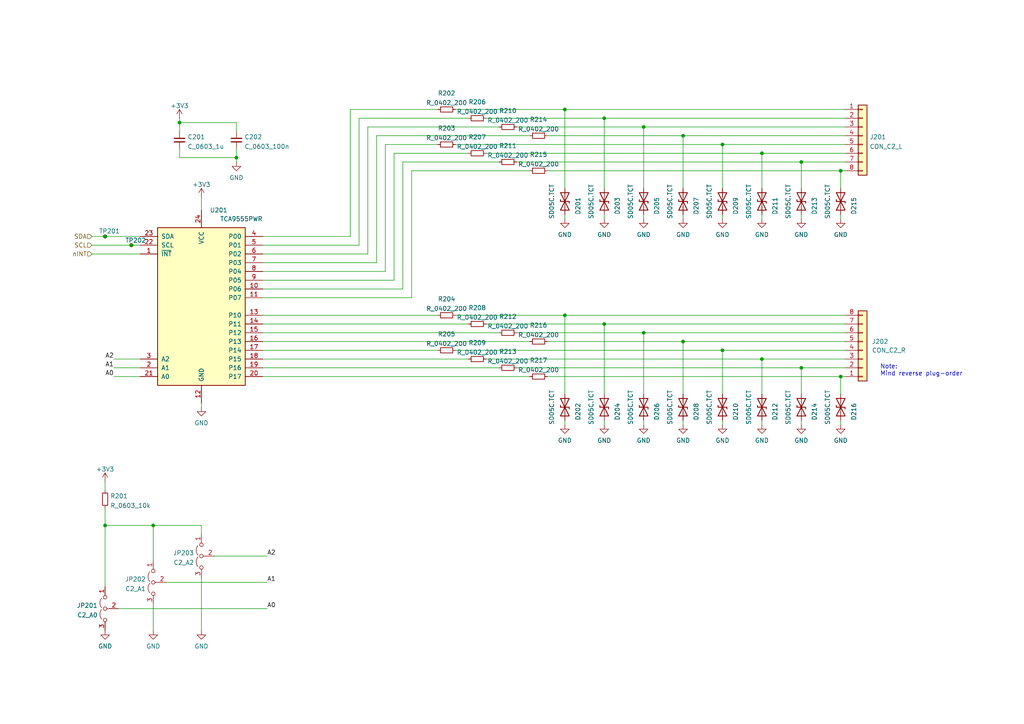
<source format=kicad_sch>
(kicad_sch (version 20231120) (generator "eeschema") (generator_version "8.0")
  (paper "A4")
  (title_block (title "ClickBoard Tester") (date "2023-10-13") (rev "001") (company "Matthias Timo Finding"))
  (lib_symbols
    (symbol "Connector:TestPoint_Small" (pin_numbers hide) (pin_names (offset 0.762) hide)
      (property "Reference" "TP" (at 0 3.81 0))
      (property "Value" "TestPoint_Small" (at 0 2.032 0))
      (symbol "TestPoint_Small_0_1"
        (circle (center 0 0) (radius 0.508))
      )
      (symbol "TestPoint_Small_1_1"
        (pin passive line (at 0 0 90) (length 0) (name "1") (number "1"))
      )
    )
    (symbol "Connector_Generic:Conn_01x08" (pin_names (offset 1.016) hide)
      (property "Reference" "J" (at 0 10.16 0))
      (property "Value" "Conn_01x08" (at 0 -12.7 0))
      (symbol "Conn_01x08_1_1"
        (rectangle (start -1.27 -10.033) (end 0 -10.287) (stroke (width 0.1524)))
        (rectangle (start -1.27 -7.493) (end 0 -7.747) (stroke (width 0.1524)))
        (rectangle (start -1.27 -4.953) (end 0 -5.207) (stroke (width 0.1524)))
        (rectangle (start -1.27 -2.413) (end 0 -2.667) (stroke (width 0.1524)))
        (rectangle (start -1.27 0.127) (end 0 -0.127) (stroke (width 0.1524)))
        (rectangle (start -1.27 2.667) (end 0 2.413) (stroke (width 0.1524)))
        (rectangle (start -1.27 5.207) (end 0 4.953) (stroke (width 0.1524)))
        (rectangle (start -1.27 7.747) (end 0 7.493) (stroke (width 0.1524)))
        (rectangle (start -1.27 8.89) (end 1.27 -11.43) (stroke (width 0.254)) (fill (type background)))
        (pin passive line (at -5.08 7.62 0) (length 3.81) (name "Pin_1") (number "1"))
        (pin passive line (at -5.08 5.08 0) (length 3.81) (name "Pin_2") (number "2"))
        (pin passive line (at -5.08 2.54 0) (length 3.81) (name "Pin_3") (number "3"))
        (pin passive line (at -5.08 0 0) (length 3.81) (name "Pin_4") (number "4"))
        (pin passive line (at -5.08 -2.54 0) (length 3.81) (name "Pin_5") (number "5"))
        (pin passive line (at -5.08 -5.08 0) (length 3.81) (name "Pin_6") (number "6"))
        (pin passive line (at -5.08 -7.62 0) (length 3.81) (name "Pin_7") (number "7"))
        (pin passive line (at -5.08 -10.16 0) (length 3.81) (name "Pin_8") (number "8"))
      )
    )
    (symbol "Device:D_TVS" (pin_numbers hide) (pin_names (offset 1.016) hide)
      (property "Reference" "D" (at 0 2.54 0))
      (property "Value" "D_TVS" (at 0 -2.54 0))
      (symbol "D_TVS_0_1"
        (polyline (pts (xy 1.27 0) (xy -1.27 0)))
        (polyline (pts (xy 0.508 1.27) (xy 0 1.27) (xy 0 -1.27) (xy -0.508 -1.27)) (stroke (width 0.254)))
        (polyline (pts (xy -2.54 1.27) (xy -2.54 -1.27) (xy 2.54 1.27) (xy 2.54 -1.27) (xy -2.54 1.27)) (stroke (width 0.254)))
      )
      (symbol "D_TVS_1_1"
        (pin passive line (at -3.81 0 0) (length 2.54) (name "A1") (number "1"))
        (pin passive line (at 3.81 0 180) (length 2.54) (name "A2") (number "2"))
      )
    )
    (symbol "Interface_Expansion:TCA9555PWR" (pin_names (offset 1.016))
      (property "Reference" "U" (at -11.43 24.13 0))
      (property "Value" "TCA9555PWR" (at 0 0 0))
      (symbol "TCA9555PWR_0_1"
        (rectangle (start -12.7 22.86) (end 12.7 -22.86) (stroke (width 0.254)) (fill (type background)))
      )
      (symbol "TCA9555PWR_1_1"
        (pin open_collector line (at -17.78 15.24 0) (length 5.08) (name "~{INT}") (number "1"))
        (pin bidirectional line (at 17.78 5.08 180) (length 5.08) (name "P06") (number "10"))
        (pin bidirectional line (at 17.78 2.54 180) (length 5.08) (name "P07") (number "11"))
        (pin power_in line (at 0 -27.94 90) (length 5.08) (name "GND") (number "12"))
        (pin bidirectional line (at 17.78 -2.54 180) (length 5.08) (name "P10") (number "13"))
        (pin bidirectional line (at 17.78 -5.08 180) (length 5.08) (name "P11") (number "14"))
        (pin bidirectional line (at 17.78 -7.62 180) (length 5.08) (name "P12") (number "15"))
        (pin bidirectional line (at 17.78 -10.16 180) (length 5.08) (name "P13") (number "16"))
        (pin bidirectional line (at 17.78 -12.7 180) (length 5.08) (name "P14") (number "17"))
        (pin bidirectional line (at 17.78 -15.24 180) (length 5.08) (name "P15") (number "18"))
        (pin bidirectional line (at 17.78 -17.78 180) (length 5.08) (name "P16") (number "19"))
        (pin input line (at -17.78 -17.78 0) (length 5.08) (name "A1") (number "2"))
        (pin bidirectional line (at 17.78 -20.32 180) (length 5.08) (name "P17") (number "20"))
        (pin input line (at -17.78 -20.32 0) (length 5.08) (name "A0") (number "21"))
        (pin input line (at -17.78 17.78 0) (length 5.08) (name "SCL") (number "22"))
        (pin bidirectional line (at -17.78 20.32 0) (length 5.08) (name "SDA") (number "23"))
        (pin power_in line (at 0 27.94 270) (length 5.08) (name "VCC") (number "24"))
        (pin input line (at -17.78 -15.24 0) (length 5.08) (name "A2") (number "3"))
        (pin bidirectional line (at 17.78 20.32 180) (length 5.08) (name "P00") (number "4"))
        (pin bidirectional line (at 17.78 17.78 180) (length 5.08) (name "P01") (number "5"))
        (pin bidirectional line (at 17.78 15.24 180) (length 5.08) (name "P02") (number "6"))
        (pin bidirectional line (at 17.78 12.7 180) (length 5.08) (name "P03") (number "7"))
        (pin bidirectional line (at 17.78 10.16 180) (length 5.08) (name "P04") (number "8"))
        (pin bidirectional line (at 17.78 7.62 180) (length 5.08) (name "P05") (number "9"))
      )
    )
    (symbol "JLCPCB_Capacitors_Basic:C_0603_100n" (pin_numbers hide) (pin_names (offset 0.254) hide)
      (property "Reference" "C" (at 0.762 0.508 0))
      (property "Value" "C_0603_100n" (at 0.254 -2.032 0))
      (symbol "C_0603_100n_0_1"
        (polyline (pts (xy -1.524 -0.508) (xy 1.524 -0.508)) (stroke (width 0.3302)))
        (polyline (pts (xy -1.524 0.508) (xy 1.524 0.508)) (stroke (width 0.3302)))
      )
      (symbol "C_0603_100n_1_1"
        (pin passive line (at 0 2.54 270) (length 2.032) (name "~") (number "1"))
        (pin passive line (at 0 -2.54 90) (length 2.032) (name "~") (number "2"))
      )
    )
    (symbol "JLCPCB_Capacitors_Basic:C_0603_1u" (pin_numbers hide) (pin_names (offset 0.254) hide)
      (property "Reference" "C" (at 0.762 0.508 0))
      (property "Value" "C_0603_1u" (at 0.254 -2.032 0))
      (symbol "C_0603_1u_0_1"
        (polyline (pts (xy -1.524 -0.508) (xy 1.524 -0.508)) (stroke (width 0.3302)))
        (polyline (pts (xy -1.524 0.508) (xy 1.524 0.508)) (stroke (width 0.3302)))
      )
      (symbol "C_0603_1u_1_1"
        (pin passive line (at 0 2.54 270) (length 2.032) (name "~") (number "1"))
        (pin passive line (at 0 -2.54 90) (length 2.032) (name "~") (number "2"))
      )
    )
    (symbol "JLCPCB_Resistors_Basic:R_0402_200" (pin_numbers hide) (pin_names (offset 0.254) hide)
      (property "Reference" "R" (at 0.762 0.508 0))
      (property "Value" "R_0402_200" (at 0.762 -1.016 0))
      (symbol "R_0402_200_0_1"
        (rectangle (start -0.762 1.778) (end 0.762 -1.778) (stroke (width 0.2032)))
      )
      (symbol "R_0402_200_1_1"
        (pin passive line (at 0 2.54 270) (length 0.762) (name "") (number "1"))
        (pin passive line (at 0 -2.54 90) (length 0.762) (name "~") (number "2"))
      )
    )
    (symbol "JLCPCB_Resistors_Basic:R_0603_10k" (pin_numbers hide) (pin_names (offset 0.254) hide)
      (property "Reference" "R" (at 0.762 0.508 0))
      (property "Value" "R_0603_10k" (at 0.762 -1.016 0))
      (symbol "R_0603_10k_0_1"
        (rectangle (start -0.762 1.778) (end 0.762 -1.778) (stroke (width 0.2032)))
      )
      (symbol "R_0603_10k_1_1"
        (pin passive line (at 0 2.54 270) (length 0.762) (name "") (number "1"))
        (pin passive line (at 0 -2.54 90) (length 0.762) (name "~") (number "2"))
      )
    )
    (symbol "Jumper:Jumper_3_Open" (pin_names (offset 0) hide)
      (property "Reference" "JP" (at -2.54 -2.54 0))
      (property "Value" "Jumper_3_Open" (at 0 2.794 0))
      (symbol "Jumper_3_Open_0_0"
        (circle (center -3.302 0) (radius 0.508))
        (circle (center 0 0) (radius 0.508))
        (circle (center 3.302 0) (radius 0.508))
      )
      (symbol "Jumper_3_Open_0_1"
        (arc (start -0.254 1.016) (mid -1.651 1.4992) (end -3.048 1.016))
        (polyline (pts (xy 0 -0.508) (xy 0 -1.27)))
        (arc (start 3.048 1.016) (mid 1.651 1.4992) (end 0.254 1.016))
      )
      (symbol "Jumper_3_Open_1_1"
        (pin passive line (at -6.35 0 0) (length 2.54) (name "A") (number "1"))
        (pin input line (at 0 -3.81 90) (length 2.54) (name "C") (number "2"))
        (pin passive line (at 6.35 0 180) (length 2.54) (name "B") (number "3"))
      )
    )
    (symbol "power:+3V3" (power) (pin_names (offset 0))
      (property "Value" "+3V3" (at 0 3.556 0))
      (symbol "+3V3_0_1"
        (polyline (pts (xy -0.762 1.27) (xy 0 2.54)))
        (polyline (pts (xy 0 0) (xy 0 2.54)))
        (polyline (pts (xy 0 2.54) (xy 0.762 1.27)))
      )
      (symbol "+3V3_1_1"
        (pin power_in line (at 0 0 90) (length 0) hide (name "+3V3") (number "1"))
      )
    )
    (symbol "power:GND" (power) (pin_names (offset 0))
      (property "Value" "GND" (at 0 -3.81 0))
      (symbol "GND_0_1"
        (polyline (pts (xy 0 0) (xy 0 -1.27) (xy 1.27 -1.27) (xy 0 -2.54) (xy -1.27 -1.27) (xy 0 -1.27)))
      )
      (symbol "GND_1_1"
        (pin power_in line (at 0 0 270) (length 0) hide (name "GND") (number "1"))
      )
    )
  )
  (junction (at 52.07 35.56))
  (junction (at 186.69 96.52))
  (junction (at 243.84 109.22))
  (junction (at 163.83 31.75))
  (junction (at 232.41 46.99))
  (junction (at 44.45 152.4))
  (junction (at 163.83 91.44))
  (junction (at 243.84 49.53))
  (junction (at 30.48 152.4))
  (junction (at 175.26 34.29))
  (junction (at 232.41 106.68))
  (junction (at 186.69 36.83))
  (junction (at 220.98 44.45))
  (junction (at 209.55 101.6))
  (junction (at 220.98 104.14))
  (junction (at 68.58 45.72))
  (junction (at 30.48 68.58))
  (junction (at 209.55 41.91))
  (junction (at 198.12 99.06))
  (junction (at 175.26 93.98))
  (junction (at 38.1 71.12))
  (junction (at 198.12 39.37))
  (wire (pts (xy 119.38 49.53) (xy 153.67 49.53)))
  (wire (pts (xy 140.97 93.98) (xy 175.26 93.98)))
  (wire (pts (xy 111.76 41.91) (xy 111.76 78.74)))
  (wire (pts (xy 243.84 49.53) (xy 243.84 54.61)))
  (wire (pts (xy 220.98 62.23) (xy 220.98 63.5)))
  (wire (pts (xy 175.26 34.29) (xy 245.11 34.29)))
  (wire (pts (xy 158.75 99.06) (xy 198.12 99.06)))
  (wire (pts (xy 58.42 116.84) (xy 58.42 118.11)))
  (wire (pts (xy 58.42 57.15) (xy 58.42 60.96)))
  (wire (pts (xy 198.12 39.37) (xy 245.11 39.37)))
  (wire (pts (xy 109.22 76.2) (xy 109.22 39.37)))
  (wire (pts (xy 175.26 62.23) (xy 175.26 63.5)))
  (wire (pts (xy 30.48 142.24) (xy 30.48 139.7)))
  (wire (pts (xy 68.58 35.56) (xy 52.07 35.56)))
  (wire (pts (xy 26.67 71.12) (xy 38.1 71.12)))
  (wire (pts (xy 48.26 168.91) (xy 77.47 168.91)))
  (wire (pts (xy 132.08 41.91) (xy 209.55 41.91)))
  (wire (pts (xy 243.84 109.22) (xy 245.11 109.22)))
  (wire (pts (xy 220.98 104.14) (xy 220.98 114.3)))
  (wire (pts (xy 116.84 46.99) (xy 144.78 46.99)))
  (wire (pts (xy 220.98 44.45) (xy 220.98 54.61)))
  (wire (pts (xy 140.97 34.29) (xy 175.26 34.29)))
  (wire (pts (xy 76.2 73.66) (xy 106.68 73.66)))
  (wire (pts (xy 163.83 31.75) (xy 163.83 54.61)))
  (wire (pts (xy 58.42 154.94) (xy 58.42 152.4)))
  (wire (pts (xy 76.2 86.36) (xy 119.38 86.36)))
  (wire (pts (xy 106.68 36.83) (xy 144.78 36.83)))
  (wire (pts (xy 109.22 39.37) (xy 153.67 39.37)))
  (wire (pts (xy 44.45 175.26) (xy 44.45 182.88)))
  (wire (pts (xy 140.97 44.45) (xy 220.98 44.45)))
  (wire (pts (xy 158.75 49.53) (xy 243.84 49.53)))
  (wire (pts (xy 33.02 109.22) (xy 40.64 109.22)))
  (wire (pts (xy 76.2 99.06) (xy 153.67 99.06)))
  (wire (pts (xy 101.6 31.75) (xy 101.6 68.58)))
  (wire (pts (xy 186.69 36.83) (xy 186.69 54.61)))
  (wire (pts (xy 68.58 38.1) (xy 68.58 35.56)))
  (wire (pts (xy 232.41 106.68) (xy 232.41 114.3)))
  (wire (pts (xy 52.07 43.18) (xy 52.07 45.72)))
  (wire (pts (xy 149.86 106.68) (xy 232.41 106.68)))
  (wire (pts (xy 198.12 99.06) (xy 198.12 114.3)))
  (wire (pts (xy 44.45 152.4) (xy 44.45 162.56)))
  (wire (pts (xy 243.84 109.22) (xy 243.84 114.3)))
  (wire (pts (xy 245.11 96.52) (xy 186.69 96.52)))
  (wire (pts (xy 76.2 76.2) (xy 109.22 76.2)))
  (wire (pts (xy 76.2 106.68) (xy 144.78 106.68)))
  (wire (pts (xy 220.98 104.14) (xy 245.11 104.14)))
  (wire (pts (xy 30.48 152.4) (xy 30.48 147.32)))
  (wire (pts (xy 33.02 106.68) (xy 40.64 106.68)))
  (wire (pts (xy 232.41 46.99) (xy 232.41 54.61)))
  (wire (pts (xy 76.2 83.82) (xy 116.84 83.82)))
  (wire (pts (xy 68.58 45.72) (xy 68.58 43.18)))
  (wire (pts (xy 245.11 41.91) (xy 209.55 41.91)))
  (wire (pts (xy 163.83 62.23) (xy 163.83 63.5)))
  (wire (pts (xy 163.83 91.44) (xy 245.11 91.44)))
  (wire (pts (xy 114.3 81.28) (xy 114.3 44.45)))
  (wire (pts (xy 149.86 46.99) (xy 232.41 46.99)))
  (wire (pts (xy 26.67 68.58) (xy 30.48 68.58)))
  (wire (pts (xy 175.26 93.98) (xy 175.26 114.3)))
  (wire (pts (xy 76.2 96.52) (xy 144.78 96.52)))
  (wire (pts (xy 149.86 96.52) (xy 186.69 96.52)))
  (wire (pts (xy 76.2 68.58) (xy 101.6 68.58)))
  (wire (pts (xy 243.84 49.53) (xy 245.11 49.53)))
  (wire (pts (xy 245.11 46.99) (xy 232.41 46.99)))
  (wire (pts (xy 198.12 99.06) (xy 245.11 99.06)))
  (wire (pts (xy 209.55 62.23) (xy 209.55 63.5)))
  (wire (pts (xy 140.97 104.14) (xy 220.98 104.14)))
  (wire (pts (xy 245.11 101.6) (xy 209.55 101.6)))
  (wire (pts (xy 163.83 91.44) (xy 163.83 114.3)))
  (wire (pts (xy 76.2 104.14) (xy 135.89 104.14)))
  (wire (pts (xy 76.2 71.12) (xy 104.14 71.12)))
  (wire (pts (xy 163.83 121.92) (xy 163.83 123.19)))
  (wire (pts (xy 58.42 167.64) (xy 58.42 182.88)))
  (wire (pts (xy 106.68 36.83) (xy 106.68 73.66)))
  (wire (pts (xy 209.55 101.6) (xy 209.55 114.3)))
  (wire (pts (xy 44.45 152.4) (xy 58.42 152.4)))
  (wire (pts (xy 220.98 44.45) (xy 245.11 44.45)))
  (wire (pts (xy 158.75 39.37) (xy 198.12 39.37)))
  (wire (pts (xy 116.84 46.99) (xy 116.84 83.82)))
  (wire (pts (xy 132.08 31.75) (xy 163.83 31.75)))
  (wire (pts (xy 34.29 176.53) (xy 77.47 176.53)))
  (wire (pts (xy 132.08 101.6) (xy 209.55 101.6)))
  (wire (pts (xy 76.2 101.6) (xy 127 101.6)))
  (wire (pts (xy 209.55 41.91) (xy 209.55 54.61)))
  (wire (pts (xy 76.2 93.98) (xy 135.89 93.98)))
  (wire (pts (xy 245.11 31.75) (xy 163.83 31.75)))
  (wire (pts (xy 232.41 62.23) (xy 232.41 63.5)))
  (wire (pts (xy 209.55 121.92) (xy 209.55 123.19)))
  (wire (pts (xy 198.12 39.37) (xy 198.12 54.61)))
  (wire (pts (xy 33.02 104.14) (xy 40.64 104.14)))
  (wire (pts (xy 30.48 68.58) (xy 40.64 68.58)))
  (wire (pts (xy 243.84 62.23) (xy 243.84 63.5)))
  (wire (pts (xy 198.12 62.23) (xy 198.12 63.5)))
  (wire (pts (xy 30.48 170.18) (xy 30.48 152.4)))
  (wire (pts (xy 111.76 41.91) (xy 127 41.91)))
  (wire (pts (xy 186.69 96.52) (xy 186.69 114.3)))
  (wire (pts (xy 198.12 121.92) (xy 198.12 123.19)))
  (wire (pts (xy 68.58 45.72) (xy 68.58 46.99)))
  (wire (pts (xy 186.69 62.23) (xy 186.69 63.5)))
  (wire (pts (xy 52.07 35.56) (xy 52.07 38.1)))
  (wire (pts (xy 101.6 31.75) (xy 127 31.75)))
  (wire (pts (xy 245.11 36.83) (xy 186.69 36.83)))
  (wire (pts (xy 158.75 109.22) (xy 243.84 109.22)))
  (wire (pts (xy 232.41 121.92) (xy 232.41 123.19)))
  (wire (pts (xy 175.26 93.98) (xy 245.11 93.98)))
  (wire (pts (xy 62.23 161.29) (xy 77.47 161.29)))
  (wire (pts (xy 104.14 34.29) (xy 135.89 34.29)))
  (wire (pts (xy 132.08 91.44) (xy 163.83 91.44)))
  (wire (pts (xy 76.2 81.28) (xy 114.3 81.28)))
  (wire (pts (xy 232.41 106.68) (xy 245.11 106.68)))
  (wire (pts (xy 52.07 34.29) (xy 52.07 35.56)))
  (wire (pts (xy 114.3 44.45) (xy 135.89 44.45)))
  (wire (pts (xy 175.26 34.29) (xy 175.26 54.61)))
  (wire (pts (xy 220.98 121.92) (xy 220.98 123.19)))
  (wire (pts (xy 104.14 71.12) (xy 104.14 34.29)))
  (wire (pts (xy 52.07 45.72) (xy 68.58 45.72)))
  (wire (pts (xy 38.1 71.12) (xy 40.64 71.12)))
  (wire (pts (xy 243.84 121.92) (xy 243.84 123.19)))
  (wire (pts (xy 76.2 78.74) (xy 111.76 78.74)))
  (wire (pts (xy 76.2 109.22) (xy 153.67 109.22)))
  (wire (pts (xy 30.48 152.4) (xy 44.45 152.4)))
  (wire (pts (xy 186.69 121.92) (xy 186.69 123.19)))
  (wire (pts (xy 149.86 36.83) (xy 186.69 36.83)))
  (wire (pts (xy 26.67 73.66) (xy 40.64 73.66)))
  (wire (pts (xy 175.26 121.92) (xy 175.26 123.19)))
  (wire (pts (xy 76.2 91.44) (xy 127 91.44)))
  (wire (pts (xy 119.38 86.36) (xy 119.38 49.53)))
  (text "Note:\nMind reverse plug-order\n" (at 255.27 109.22 0) (effects (font (size 1.27 1.27)) (justify left bottom)))
  (label "A2" (at 77.47 161.29 0))
  (label "A1" (at 77.47 168.91 0))
  (label "A0" (at 33.02 109.22 180))
  (label "A0" (at 77.47 176.53 0))
  (label "A2" (at 33.02 104.14 180))
  (label "A1" (at 33.02 106.68 180))
  (hierarchical_label "SCL" (shape input) (at 26.67 71.12 180))
  (hierarchical_label "nINT" (shape input) (at 26.67 73.66 180))
  (hierarchical_label "SDA" (shape input) (at 26.67 68.58 180))
  (symbol (lib_id "Connector:TestPoint_Small") (at 30.48 68.58 0) (unit 1)
    (property "Reference" "TP201" (at 28.7182 67.0363 0) (effects (justify left)))
    (property "Value" "TestPoint_Small" (effects (hide yes)))
    (property "Footprint" "TestPoint:TestPoint_Pad_D1.0mm" (effects (hide yes)))
  )
  (symbol (lib_id "JLCPCB_Resistors_Basic:R_0402_200") (at 156.21 49.53 90) (unit 1)
    (property "Reference" "R215" (at 156.21 44.8269 90))
    (property "Value" "R_0402_200" (at 156.21 47.602 90))
    (property "Footprint" "Resistor_SMD:R_0402_1005Metric" (effects (hide yes)))
    (property "Datasheet" "https://datasheet.lcsc.com/lcsc/2110252230_UNI-ROYAL-Uniroyal-Elec-0402WGF2000TCE_C25087.pdf" (effects (hide yes)))
    (property "LCSC Part #" "C25087" (effects (hide yes)))
  )
  (symbol (lib_id "JLCPCB_Resistors_Basic:R_0402_200") (at 138.43 93.98 90) (unit 1)
    (property "Reference" "R208" (at 138.43 89.2769 90))
    (property "Value" "R_0402_200" (at 138.43 92.052 90))
    (property "Footprint" "Resistor_SMD:R_0402_1005Metric" (effects (hide yes)))
    (property "Datasheet" "https://datasheet.lcsc.com/lcsc/2110252230_UNI-ROYAL-Uniroyal-Elec-0402WGF2000TCE_C25087.pdf" (effects (hide yes)))
    (property "LCSC Part #" "C25087" (effects (hide yes)))
  )
  (symbol (lib_id "power:GND") (at 58.42 118.11 0) (unit 1)
    (property "Reference" "#PWR0203" (effects (hide yes)))
    (property "Value" "GND" (at 58.42 122.6725 0))
  )
  (symbol (lib_id "Connector_Generic:Conn_01x08") (at 250.19 101.6 0) (mirror x) (unit 1)
    (property "Reference" "J202" (at 255.27 99.06 0))
    (property "Value" "CON_C2_R" (at 257.81 101.6 0))
    (property "Footprint" "Connector_PinHeader_2.54mm:PinHeader_1x08_P2.54mm_Vertical" (effects (hide yes)))
  )
  (symbol (lib_id "power:GND") (at 175.26 63.5 0) (unit 1)
    (property "Reference" "#PWR0211" (effects (hide yes)))
    (property "Value" "GND" (at 175.26 68.0625 0))
  )
  (symbol (lib_id "Device:D_TVS") (at 220.98 58.42 90) (unit 1)
    (property "Reference" "D211" (at 224.79 57.15 0) (effects (justify right)))
    (property "Value" "SD05C.TCT" (at 217.17 53.34 0) (effects (justify right)))
    (property "Footprint" "Diode_SMD:D_SOD-323_HandSoldering" (effects (hide yes)))
    (property "LCSC Part #" "C85200" (effects (hide yes)))
  )
  (symbol (lib_id "power:GND") (at 209.55 123.19 0) (unit 1)
    (property "Reference" "#PWR0218" (effects (hide yes)))
    (property "Value" "GND" (at 209.55 127.7525 0))
  )
  (symbol (lib_id "JLCPCB_Capacitors_Basic:C_0603_1u") (at 52.07 40.64 0) (unit 1)
    (property "Reference" "C201" (at 54.3941 39.7315 0) (effects (justify left)))
    (property "Value" "C_0603_1u" (at 54.3941 42.5066 0) (effects (justify left)))
    (property "Footprint" "Capacitor_SMD:C_0603_1608Metric" (effects (hide yes)))
    (property "Datasheet" "https://datasheet.lcsc.com/lcsc/1810261812_Samsung-Electro-Mechanics-CL10A105KB8NNNC_C15849.pdf" (effects (hide yes)))
    (property "LCSC Part #" "C15849" (effects (hide yes)))
  )
  (symbol (lib_id "Device:D_TVS") (at 163.83 118.11 90) (unit 1)
    (property "Reference" "D202" (at 167.64 116.84 0) (effects (justify right)))
    (property "Value" "SD05C.TCT" (at 160.02 113.03 0) (effects (justify right)))
    (property "Footprint" "Diode_SMD:D_SOD-323_HandSoldering" (effects (hide yes)))
    (property "LCSC Part #" "C85200" (effects (hide yes)))
  )
  (symbol (lib_id "Device:D_TVS") (at 243.84 118.11 90) (unit 1)
    (property "Reference" "D216" (at 247.65 116.84 0) (effects (justify right)))
    (property "Value" "SD05C.TCT" (at 240.03 113.03 0) (effects (justify right)))
    (property "Footprint" "Diode_SMD:D_SOD-323_HandSoldering" (effects (hide yes)))
    (property "LCSC Part #" "C85200" (effects (hide yes)))
  )
  (symbol (lib_id "JLCPCB_Capacitors_Basic:C_0603_100n") (at 68.58 40.64 0) (unit 1)
    (property "Reference" "C202" (at 70.9041 39.7315 0) (effects (justify left)))
    (property "Value" "C_0603_100n" (at 70.9041 42.5066 0) (effects (justify left)))
    (property "Footprint" "Capacitor_SMD:C_0603_1608Metric" (effects (hide yes)))
    (property "Datasheet" "https://datasheet.lcsc.com/lcsc/1809301912_YAGEO-CC0603KRX7R9BB104_C14663.pdf" (effects (hide yes)))
    (property "LCSC Part #" "C14663" (effects (hide yes)))
  )
  (symbol (lib_id "power:GND") (at 198.12 63.5 0) (unit 1)
    (property "Reference" "#PWR0215" (effects (hide yes)))
    (property "Value" "GND" (at 198.12 68.0625 0))
  )
  (symbol (lib_id "power:GND") (at 44.45 182.88 0) (unit 1)
    (property "Reference" "#PWR0207" (effects (hide yes)))
    (property "Value" "GND" (at 44.45 187.4425 0))
  )
  (symbol (lib_id "JLCPCB_Resistors_Basic:R_0402_200") (at 156.21 109.22 90) (unit 1)
    (property "Reference" "R217" (at 156.21 104.5169 90))
    (property "Value" "R_0402_200" (at 156.21 107.292 90))
    (property "Footprint" "Resistor_SMD:R_0402_1005Metric" (effects (hide yes)))
    (property "Datasheet" "https://datasheet.lcsc.com/lcsc/2110252230_UNI-ROYAL-Uniroyal-Elec-0402WGF2000TCE_C25087.pdf" (effects (hide yes)))
    (property "LCSC Part #" "C25087" (effects (hide yes)))
  )
  (symbol (lib_id "Jumper:Jumper_3_Open") (at 44.45 168.91 90) (mirror x) (unit 1)
    (property "Reference" "JP202" (at 42.3158 168.0015 90) (effects (justify left)))
    (property "Value" "C2_A1" (at 42.3158 170.7766 90) (effects (justify left)))
    (property "Footprint" "Jumper:SolderJumper-3_P1.3mm_Open_RoundedPad1.0x1.5mm" (effects (hide yes)))
  )
  (symbol (lib_id "Connector:TestPoint_Small") (at 38.1 71.12 0) (unit 1)
    (property "Reference" "TP202" (at 36.3063 69.7168 0) (effects (justify left)))
    (property "Value" "TestPoint_Small" (effects (hide yes)))
    (property "Footprint" "TestPoint:TestPoint_Pad_D1.0mm" (effects (hide yes)))
  )
  (symbol (lib_id "JLCPCB_Resistors_Basic:R_0402_200") (at 129.54 41.91 90) (unit 1)
    (property "Reference" "R203" (at 129.54 37.2069 90))
    (property "Value" "R_0402_200" (at 129.54 39.982 90))
    (property "Footprint" "Resistor_SMD:R_0402_1005Metric" (effects (hide yes)))
    (property "Datasheet" "https://datasheet.lcsc.com/lcsc/2110252230_UNI-ROYAL-Uniroyal-Elec-0402WGF2000TCE_C25087.pdf" (effects (hide yes)))
    (property "LCSC Part #" "C25087" (effects (hide yes)))
  )
  (symbol (lib_id "power:GND") (at 232.41 63.5 0) (unit 1)
    (property "Reference" "#PWR0221" (effects (hide yes)))
    (property "Value" "GND" (at 232.41 68.0625 0))
  )
  (symbol (lib_id "power:GND") (at 30.48 182.88 0) (unit 1)
    (property "Reference" "#PWR0205" (effects (hide yes)))
    (property "Value" "GND" (at 30.48 187.4425 0))
  )
  (symbol (lib_id "JLCPCB_Resistors_Basic:R_0402_200") (at 156.21 99.06 90) (unit 1)
    (property "Reference" "R216" (at 156.21 94.3569 90))
    (property "Value" "R_0402_200" (at 156.21 97.132 90))
    (property "Footprint" "Resistor_SMD:R_0402_1005Metric" (effects (hide yes)))
    (property "Datasheet" "https://datasheet.lcsc.com/lcsc/2110252230_UNI-ROYAL-Uniroyal-Elec-0402WGF2000TCE_C25087.pdf" (effects (hide yes)))
    (property "LCSC Part #" "C25087" (effects (hide yes)))
  )
  (symbol (lib_id "power:GND") (at 243.84 123.19 0) (unit 1)
    (property "Reference" "#PWR0224" (effects (hide yes)))
    (property "Value" "GND" (at 243.84 127.7525 0))
  )
  (symbol (lib_id "power:GND") (at 163.83 63.5 0) (unit 1)
    (property "Reference" "#PWR0209" (effects (hide yes)))
    (property "Value" "GND" (at 163.83 68.0625 0))
  )
  (symbol (lib_id "JLCPCB_Resistors_Basic:R_0402_200") (at 147.32 46.99 90) (unit 1)
    (property "Reference" "R211" (at 147.32 42.2869 90))
    (property "Value" "R_0402_200" (at 147.32 45.062 90))
    (property "Footprint" "Resistor_SMD:R_0402_1005Metric" (effects (hide yes)))
    (property "Datasheet" "https://datasheet.lcsc.com/lcsc/2110252230_UNI-ROYAL-Uniroyal-Elec-0402WGF2000TCE_C25087.pdf" (effects (hide yes)))
    (property "LCSC Part #" "C25087" (effects (hide yes)))
  )
  (symbol (lib_id "JLCPCB_Resistors_Basic:R_0402_200") (at 129.54 31.75 90) (unit 1)
    (property "Reference" "R202" (at 129.54 27.0469 90))
    (property "Value" "R_0402_200" (at 129.54 29.822 90))
    (property "Footprint" "Resistor_SMD:R_0402_1005Metric" (effects (hide yes)))
    (property "Datasheet" "https://datasheet.lcsc.com/lcsc/2110252230_UNI-ROYAL-Uniroyal-Elec-0402WGF2000TCE_C25087.pdf" (effects (hide yes)))
    (property "LCSC Part #" "C25087" (effects (hide yes)))
  )
  (symbol (lib_id "power:GND") (at 220.98 63.5 0) (unit 1)
    (property "Reference" "#PWR0219" (effects (hide yes)))
    (property "Value" "GND" (at 220.98 68.0625 0))
  )
  (symbol (lib_id "power:GND") (at 209.55 63.5 0) (unit 1)
    (property "Reference" "#PWR0217" (effects (hide yes)))
    (property "Value" "GND" (at 209.55 68.0625 0))
  )
  (symbol (lib_id "power:GND") (at 198.12 123.19 0) (unit 1)
    (property "Reference" "#PWR0216" (effects (hide yes)))
    (property "Value" "GND" (at 198.12 127.7525 0))
  )
  (symbol (lib_id "Device:D_TVS") (at 243.84 58.42 90) (unit 1)
    (property "Reference" "D215" (at 247.65 57.15 0) (effects (justify right)))
    (property "Value" "SD05C.TCT" (at 240.03 53.34 0) (effects (justify right)))
    (property "Footprint" "Diode_SMD:D_SOD-323_HandSoldering" (effects (hide yes)))
    (property "LCSC Part #" "C85200" (effects (hide yes)))
  )
  (symbol (lib_id "JLCPCB_Resistors_Basic:R_0402_200") (at 147.32 36.83 90) (unit 1)
    (property "Reference" "R210" (at 147.32 32.1269 90))
    (property "Value" "R_0402_200" (at 147.32 34.902 90))
    (property "Footprint" "Resistor_SMD:R_0402_1005Metric" (effects (hide yes)))
    (property "Datasheet" "https://datasheet.lcsc.com/lcsc/2110252230_UNI-ROYAL-Uniroyal-Elec-0402WGF2000TCE_C25087.pdf" (effects (hide yes)))
    (property "LCSC Part #" "C25087" (effects (hide yes)))
  )
  (symbol (lib_id "JLCPCB_Resistors_Basic:R_0402_200") (at 138.43 44.45 90) (unit 1)
    (property "Reference" "R207" (at 138.43 39.7469 90))
    (property "Value" "R_0402_200" (at 138.43 42.522 90))
    (property "Footprint" "Resistor_SMD:R_0402_1005Metric" (effects (hide yes)))
    (property "Datasheet" "https://datasheet.lcsc.com/lcsc/2110252230_UNI-ROYAL-Uniroyal-Elec-0402WGF2000TCE_C25087.pdf" (effects (hide yes)))
    (property "LCSC Part #" "C25087" (effects (hide yes)))
  )
  (symbol (lib_id "Device:D_TVS") (at 198.12 58.42 90) (unit 1)
    (property "Reference" "D207" (at 201.93 57.15 0) (effects (justify right)))
    (property "Value" "SD05C.TCT" (at 194.31 53.34 0) (effects (justify right)))
    (property "Footprint" "Diode_SMD:D_SOD-323_HandSoldering" (effects (hide yes)))
    (property "LCSC Part #" "C85200" (effects (hide yes)))
  )
  (symbol (lib_id "Device:D_TVS") (at 232.41 118.11 90) (unit 1)
    (property "Reference" "D214" (at 236.22 116.84 0) (effects (justify right)))
    (property "Value" "SD05C.TCT" (at 228.6 113.03 0) (effects (justify right)))
    (property "Footprint" "Diode_SMD:D_SOD-323_HandSoldering" (effects (hide yes)))
    (property "LCSC Part #" "C85200" (effects (hide yes)))
  )
  (symbol (lib_id "power:GND") (at 232.41 123.19 0) (unit 1)
    (property "Reference" "#PWR0222" (effects (hide yes)))
    (property "Value" "GND" (at 232.41 127.7525 0))
  )
  (symbol (lib_id "JLCPCB_Resistors_Basic:R_0402_200") (at 138.43 104.14 90) (unit 1)
    (property "Reference" "R209" (at 138.43 99.4369 90))
    (property "Value" "R_0402_200" (at 138.43 102.212 90))
    (property "Footprint" "Resistor_SMD:R_0402_1005Metric" (effects (hide yes)))
    (property "Datasheet" "https://datasheet.lcsc.com/lcsc/2110252230_UNI-ROYAL-Uniroyal-Elec-0402WGF2000TCE_C25087.pdf" (effects (hide yes)))
    (property "LCSC Part #" "C25087" (effects (hide yes)))
  )
  (symbol (lib_id "Device:D_TVS") (at 175.26 58.42 90) (unit 1)
    (property "Reference" "D203" (at 179.07 57.15 0) (effects (justify right)))
    (property "Value" "SD05C.TCT" (at 171.45 53.34 0) (effects (justify right)))
    (property "Footprint" "Diode_SMD:D_SOD-323_HandSoldering" (effects (hide yes)))
    (property "LCSC Part #" "C85200" (effects (hide yes)))
  )
  (symbol (lib_id "JLCPCB_Resistors_Basic:R_0402_200") (at 147.32 106.68 90) (unit 1)
    (property "Reference" "R213" (at 147.32 101.9769 90))
    (property "Value" "R_0402_200" (at 147.32 104.752 90))
    (property "Footprint" "Resistor_SMD:R_0402_1005Metric" (effects (hide yes)))
    (property "Datasheet" "https://datasheet.lcsc.com/lcsc/2110252230_UNI-ROYAL-Uniroyal-Elec-0402WGF2000TCE_C25087.pdf" (effects (hide yes)))
    (property "LCSC Part #" "C25087" (effects (hide yes)))
  )
  (symbol (lib_id "Connector_Generic:Conn_01x08") (at 250.19 39.37 0) (unit 1)
    (property "Reference" "J201" (at 252.222 39.7315 0) (effects (justify left)))
    (property "Value" "CON_C2_L" (at 252.222 42.5066 0) (effects (justify left)))
    (property "Footprint" "Connector_PinHeader_2.54mm:PinHeader_1x08_P2.54mm_Vertical" (effects (hide yes)))
  )
  (symbol (lib_id "Device:D_TVS") (at 186.69 118.11 90) (unit 1)
    (property "Reference" "D206" (at 190.5 116.84 0) (effects (justify right)))
    (property "Value" "SD05C.TCT" (at 182.88 113.03 0) (effects (justify right)))
    (property "Footprint" "Diode_SMD:D_SOD-323_HandSoldering" (effects (hide yes)))
    (property "LCSC Part #" "C85200" (effects (hide yes)))
  )
  (symbol (lib_id "power:GND") (at 68.58 46.99 0) (unit 1)
    (property "Reference" "#PWR0206" (effects (hide yes)))
    (property "Value" "GND" (at 68.58 51.5525 0))
  )
  (symbol (lib_id "JLCPCB_Resistors_Basic:R_0402_200") (at 129.54 91.44 90) (unit 1)
    (property "Reference" "R204" (at 129.54 86.7369 90))
    (property "Value" "R_0402_200" (at 129.54 89.512 90))
    (property "Footprint" "Resistor_SMD:R_0402_1005Metric" (effects (hide yes)))
    (property "Datasheet" "https://datasheet.lcsc.com/lcsc/2110252230_UNI-ROYAL-Uniroyal-Elec-0402WGF2000TCE_C25087.pdf" (effects (hide yes)))
    (property "LCSC Part #" "C25087" (effects (hide yes)))
  )
  (symbol (lib_id "power:GND") (at 186.69 63.5 0) (unit 1)
    (property "Reference" "#PWR0213" (effects (hide yes)))
    (property "Value" "GND" (at 186.69 68.0625 0))
  )
  (symbol (lib_id "Device:D_TVS") (at 186.69 58.42 90) (unit 1)
    (property "Reference" "D205" (at 190.5 57.15 0) (effects (justify right)))
    (property "Value" "SD05C.TCT" (at 182.88 53.34 0) (effects (justify right)))
    (property "Footprint" "Diode_SMD:D_SOD-323_HandSoldering" (effects (hide yes)))
    (property "LCSC Part #" "C85200" (effects (hide yes)))
  )
  (symbol (lib_id "power:GND") (at 243.84 63.5 0) (unit 1)
    (property "Reference" "#PWR0223" (effects (hide yes)))
    (property "Value" "GND" (at 243.84 68.0625 0))
  )
  (symbol (lib_id "Device:D_TVS") (at 175.26 118.11 90) (unit 1)
    (property "Reference" "D204" (at 179.07 116.84 0) (effects (justify right)))
    (property "Value" "SD05C.TCT" (at 171.45 113.03 0) (effects (justify right)))
    (property "Footprint" "Diode_SMD:D_SOD-323_HandSoldering" (effects (hide yes)))
    (property "LCSC Part #" "C85200" (effects (hide yes)))
  )
  (symbol (lib_id "Interface_Expansion:TCA9555PWR") (at 58.42 88.9 0) (unit 1)
    (property "Reference" "U201" (at 66.04 60.96 0) (effects (justify right)))
    (property "Value" "TCA9555PWR" (at 76.2 63.5 0) (effects (justify right)))
    (property "Footprint" "Package_SO:TSSOP-24_4.4x7.8mm_P0.65mm" (effects (hide yes)))
    (property "Datasheet" "http://www.ti.com/lit/ds/symlink/tca9555.pdf" (effects (hide yes)))
  )
  (symbol (lib_id "Device:D_TVS") (at 163.83 58.42 90) (unit 1)
    (property "Reference" "D201" (at 167.64 57.15 0) (effects (justify right)))
    (property "Value" "SD05C.TCT" (at 160.02 53.34 0) (effects (justify right)))
    (property "Footprint" "Diode_SMD:D_SOD-323_HandSoldering" (effects (hide yes)))
    (property "LCSC Part #" "C85200" (effects (hide yes)))
  )
  (symbol (lib_id "power:+3V3") (at 30.48 139.7 0) (unit 1)
    (property "Reference" "#PWR0204" (effects (hide yes)))
    (property "Value" "+3V3" (at 30.48 136.0955 0))
  )
  (symbol (lib_id "JLCPCB_Resistors_Basic:R_0402_200") (at 147.32 96.52 90) (unit 1)
    (property "Reference" "R212" (at 147.32 91.8169 90))
    (property "Value" "R_0402_200" (at 147.32 94.592 90))
    (property "Footprint" "Resistor_SMD:R_0402_1005Metric" (effects (hide yes)))
    (property "Datasheet" "https://datasheet.lcsc.com/lcsc/2110252230_UNI-ROYAL-Uniroyal-Elec-0402WGF2000TCE_C25087.pdf" (effects (hide yes)))
    (property "LCSC Part #" "C25087" (effects (hide yes)))
  )
  (symbol (lib_id "Device:D_TVS") (at 220.98 118.11 90) (unit 1)
    (property "Reference" "D212" (at 224.79 116.84 0) (effects (justify right)))
    (property "Value" "SD05C.TCT" (at 217.17 113.03 0) (effects (justify right)))
    (property "Footprint" "Diode_SMD:D_SOD-323_HandSoldering" (effects (hide yes)))
    (property "LCSC Part #" "C85200" (effects (hide yes)))
  )
  (symbol (lib_id "power:GND") (at 220.98 123.19 0) (unit 1)
    (property "Reference" "#PWR0220" (effects (hide yes)))
    (property "Value" "GND" (at 220.98 127.7525 0))
  )
  (symbol (lib_id "power:GND") (at 186.69 123.19 0) (unit 1)
    (property "Reference" "#PWR0214" (effects (hide yes)))
    (property "Value" "GND" (at 186.69 127.7525 0))
  )
  (symbol (lib_id "JLCPCB_Resistors_Basic:R_0402_200") (at 129.54 101.6 90) (unit 1)
    (property "Reference" "R205" (at 129.54 96.8969 90))
    (property "Value" "R_0402_200" (at 129.54 99.672 90))
    (property "Footprint" "Resistor_SMD:R_0402_1005Metric" (effects (hide yes)))
    (property "Datasheet" "https://datasheet.lcsc.com/lcsc/2110252230_UNI-ROYAL-Uniroyal-Elec-0402WGF2000TCE_C25087.pdf" (effects (hide yes)))
    (property "LCSC Part #" "C25087" (effects (hide yes)))
  )
  (symbol (lib_id "Device:D_TVS") (at 209.55 58.42 90) (unit 1)
    (property "Reference" "D209" (at 213.36 57.15 0) (effects (justify right)))
    (property "Value" "SD05C.TCT" (at 205.74 53.34 0) (effects (justify right)))
    (property "Footprint" "Diode_SMD:D_SOD-323_HandSoldering" (effects (hide yes)))
    (property "LCSC Part #" "C85200" (effects (hide yes)))
  )
  (symbol (lib_id "Jumper:Jumper_3_Open") (at 58.42 161.29 90) (mirror x) (unit 1)
    (property "Reference" "JP203" (at 56.2858 160.3815 90) (effects (justify left)))
    (property "Value" "C2_A2" (at 56.2858 163.1566 90) (effects (justify left)))
    (property "Footprint" "Jumper:SolderJumper-3_P1.3mm_Open_RoundedPad1.0x1.5mm" (effects (hide yes)))
  )
  (symbol (lib_id "power:+3V3") (at 52.07 34.29 0) (unit 1)
    (property "Reference" "#PWR0201" (effects (hide yes)))
    (property "Value" "+3V3" (at 52.07 30.6855 0))
  )
  (symbol (lib_id "power:GND") (at 175.26 123.19 0) (unit 1)
    (property "Reference" "#PWR0212" (effects (hide yes)))
    (property "Value" "GND" (at 175.26 127.7525 0))
  )
  (symbol (lib_id "JLCPCB_Resistors_Basic:R_0402_200") (at 138.43 34.29 90) (unit 1)
    (property "Reference" "R206" (at 138.43 29.5869 90))
    (property "Value" "R_0402_200" (at 138.43 32.362 90))
    (property "Footprint" "Resistor_SMD:R_0402_1005Metric" (effects (hide yes)))
    (property "Datasheet" "https://datasheet.lcsc.com/lcsc/2110252230_UNI-ROYAL-Uniroyal-Elec-0402WGF2000TCE_C25087.pdf" (effects (hide yes)))
    (property "LCSC Part #" "C25087" (effects (hide yes)))
  )
  (symbol (lib_id "Device:D_TVS") (at 198.12 118.11 90) (unit 1)
    (property "Reference" "D208" (at 201.93 116.84 0) (effects (justify right)))
    (property "Value" "SD05C.TCT" (at 194.31 113.03 0) (effects (justify right)))
    (property "Footprint" "Diode_SMD:D_SOD-323_HandSoldering" (effects (hide yes)))
    (property "LCSC Part #" "C85200" (effects (hide yes)))
  )
  (symbol (lib_id "Jumper:Jumper_3_Open") (at 30.48 176.53 90) (mirror x) (unit 1)
    (property "Reference" "JP201" (at 28.3458 175.6215 90) (effects (justify left)))
    (property "Value" "C2_A0" (at 28.3458 178.3966 90) (effects (justify left)))
    (property "Footprint" "Jumper:SolderJumper-3_P1.3mm_Open_RoundedPad1.0x1.5mm" (effects (hide yes)))
  )
  (symbol (lib_id "JLCPCB_Resistors_Basic:R_0402_200") (at 156.21 39.37 90) (unit 1)
    (property "Reference" "R214" (at 156.21 34.6669 90))
    (property "Value" "R_0402_200" (at 156.21 37.442 90))
    (property "Footprint" "Resistor_SMD:R_0402_1005Metric" (effects (hide yes)))
    (property "Datasheet" "https://datasheet.lcsc.com/lcsc/2110252230_UNI-ROYAL-Uniroyal-Elec-0402WGF2000TCE_C25087.pdf" (effects (hide yes)))
    (property "LCSC Part #" "C25087" (effects (hide yes)))
  )
  (symbol (lib_id "power:+3V3") (at 58.42 57.15 0) (unit 1)
    (property "Reference" "#PWR0202" (effects (hide yes)))
    (property "Value" "+3V3" (at 58.42 53.5455 0))
  )
  (symbol (lib_id "Device:D_TVS") (at 209.55 118.11 90) (unit 1)
    (property "Reference" "D210" (at 213.36 116.84 0) (effects (justify right)))
    (property "Value" "SD05C.TCT" (at 205.74 113.03 0) (effects (justify right)))
    (property "Footprint" "Diode_SMD:D_SOD-323_HandSoldering" (effects (hide yes)))
    (property "LCSC Part #" "C85200" (effects (hide yes)))
  )
  (symbol (lib_id "power:GND") (at 163.83 123.19 0) (unit 1)
    (property "Reference" "#PWR0210" (effects (hide yes)))
    (property "Value" "GND" (at 163.83 127.7525 0))
  )
  (symbol (lib_id "Device:D_TVS") (at 232.41 58.42 90) (unit 1)
    (property "Reference" "D213" (at 236.22 57.15 0) (effects (justify right)))
    (property "Value" "SD05C.TCT" (at 228.6 53.34 0) (effects (justify right)))
    (property "Footprint" "Diode_SMD:D_SOD-323_HandSoldering" (effects (hide yes)))
    (property "LCSC Part #" "C85200" (effects (hide yes)))
  )
  (symbol (lib_id "JLCPCB_Resistors_Basic:R_0603_10k") (at 30.48 144.78 0) (unit 1)
    (property "Reference" "R201" (at 31.9786 143.8715 0) (effects (justify left)))
    (property "Value" "R_0603_10k" (at 31.9786 146.6466 0) (effects (justify left)))
    (property "Footprint" "Resistor_SMD:R_0603_1608Metric" (effects (hide yes)))
    (property "Datasheet" "https://datasheet.lcsc.com/lcsc/2110260030_UNI-ROYAL-Uniroyal-Elec-0603WAF1002T5E_C25804.pdf" (effects (hide yes)))
    (property "LCSC Part #" "C25804" (effects (hide yes)))
  )
  (symbol (lib_id "power:GND") (at 58.42 182.88 0) (unit 1)
    (property "Reference" "#PWR0208" (effects (hide yes)))
    (property "Value" "GND" (at 58.42 187.4425 0))
  )
)
</source>
